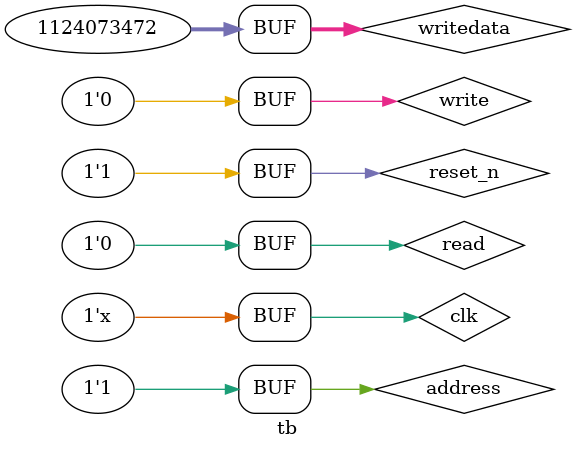
<source format=v>
`timescale 100ps / 100ps


`define assert(signal, value) \
        if (signal !== value) begin \
            $display("ASSERTION FAILED in %m: signal != value"); \
            $finish; \
        end

module tb();

reg clk, reset_n, write, read, address;
reg [31:0] writedata;
wire [31:0] readdata;
wire waitreq;


top dut(
  .clk(clk),
  .reset_n(reset_n),
  .read(read),
  .write(write), 
  .writedata(writedata),
  .address(address),
  .readdata(readdata)
);

 
  initial begin
    reset_n = 1'b1; // reset should now be active low, in accordance with the rest of the system, its not needed for avalon
    clk = 1'b1;
  end

  always 
    #1 clk = ~clk;

  initial begin

    // set acc register
    writedata = 32'h0;
    address = 1'b1;
    write = 1'b1;

    #2
    write = 1'b0;

    // initially no data in register should have an accumalator of 0
    #10 // delay to ensure that is true
    
    // write value 255 into x
    writedata = 32'h437f0000;
    address = 1'b0;
    write = 1'b1;
    #2 // wait 1 cycle 

    writedata = 32'h43000000;
    address = 1'b0;
    write = 1'b1;
    #2 // wait 1 cycle 

    // try to read the value
    address = 1'b1;
    write = 1'b0;
    read = 1'b1; // -> should result in wait req going high
    #2 
    read = 1'b0; // -> waitreq should remain 0
    // read = 1'b0;

    #12 // wait 6 cycles for computation to finish
    read = 1'b0; // -> waitreq should remain 0
    //
    // #4 
    // read = 1'b0;
    // #2
    //
    // // set acc register
    // writedata = 32'h0;
    // address = 1'b1;
    // write = 1'b1;
    //
    // #2
    // writedata = 32'h437f0000;
    // address = 1'b0;
    // 
    // #2 
    // write = 1'b0;
    // read = 1'b1;
    // address = 1'b1;
    //
     
    // $finish(0);

  end
endmodule 

</source>
